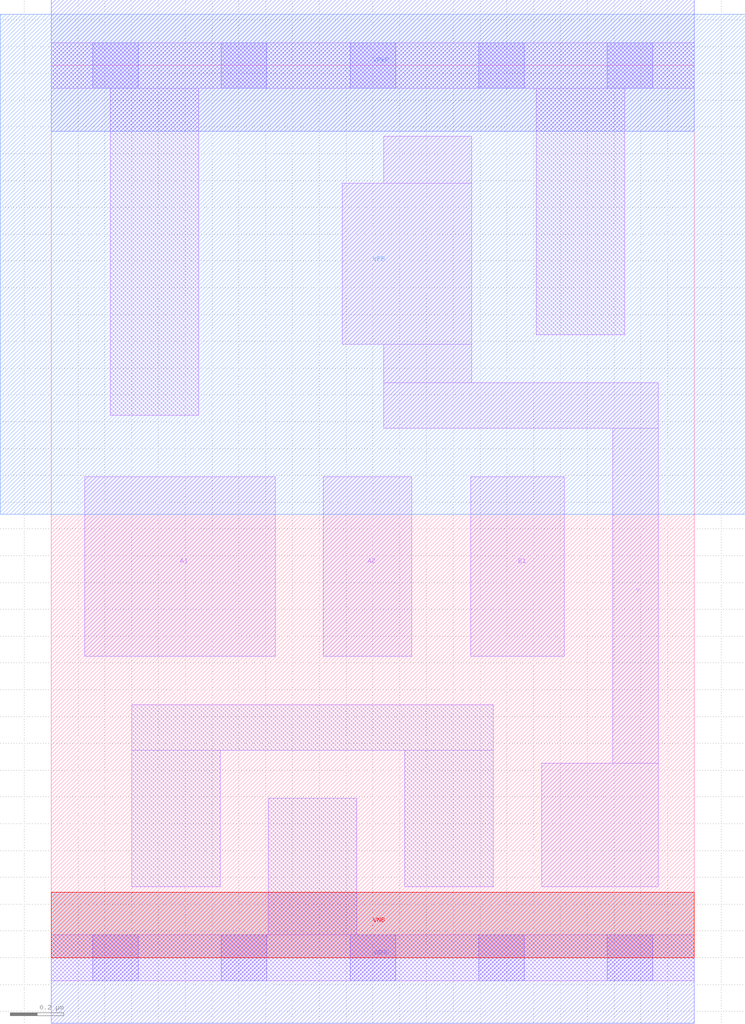
<source format=lef>
# Copyright 2020 The SkyWater PDK Authors
#
# Licensed under the Apache License, Version 2.0 (the "License");
# you may not use this file except in compliance with the License.
# You may obtain a copy of the License at
#
#     https://www.apache.org/licenses/LICENSE-2.0
#
# Unless required by applicable law or agreed to in writing, software
# distributed under the License is distributed on an "AS IS" BASIS,
# WITHOUT WARRANTIES OR CONDITIONS OF ANY KIND, either express or implied.
# See the License for the specific language governing permissions and
# limitations under the License.
#
# SPDX-License-Identifier: Apache-2.0

VERSION 5.7 ;
  NOWIREEXTENSIONATPIN ON ;
  DIVIDERCHAR "/" ;
  BUSBITCHARS "[]" ;
MACRO sky130_fd_sc_lp__o21ai_lp
  CLASS CORE ;
  FOREIGN sky130_fd_sc_lp__o21ai_lp ;
  ORIGIN  0.000000  0.000000 ;
  SIZE  2.400000 BY  3.330000 ;
  SYMMETRY X Y R90 ;
  SITE unit ;
  PIN A1
    ANTENNAGATEAREA  0.313000 ;
    DIRECTION INPUT ;
    USE SIGNAL ;
    PORT
      LAYER li1 ;
        RECT 0.125000 1.125000 0.835000 1.795000 ;
    END
  END A1
  PIN A2
    ANTENNAGATEAREA  0.313000 ;
    DIRECTION INPUT ;
    USE SIGNAL ;
    PORT
      LAYER li1 ;
        RECT 1.015000 1.125000 1.345000 1.795000 ;
    END
  END A2
  PIN B1
    ANTENNAGATEAREA  0.313000 ;
    DIRECTION INPUT ;
    USE SIGNAL ;
    PORT
      LAYER li1 ;
        RECT 1.565000 1.125000 1.915000 1.795000 ;
    END
  END B1
  PIN Y
    ANTENNADIFFAREA  0.473300 ;
    DIRECTION OUTPUT ;
    USE SIGNAL ;
    PORT
      LAYER li1 ;
        RECT 1.085000 2.290000 1.570000 2.890000 ;
        RECT 1.240000 1.975000 2.265000 2.145000 ;
        RECT 1.240000 2.145000 1.570000 2.290000 ;
        RECT 1.240000 2.890000 1.570000 3.065000 ;
        RECT 1.830000 0.265000 2.265000 0.725000 ;
        RECT 2.095000 0.725000 2.265000 1.975000 ;
    END
  END Y
  PIN VGND
    DIRECTION INOUT ;
    USE GROUND ;
    PORT
      LAYER met1 ;
        RECT 0.000000 -0.245000 2.400000 0.245000 ;
    END
  END VGND
  PIN VNB
    DIRECTION INOUT ;
    USE GROUND ;
    PORT
      LAYER pwell ;
        RECT 0.000000 0.000000 2.400000 0.245000 ;
    END
  END VNB
  PIN VPB
    DIRECTION INOUT ;
    USE POWER ;
    PORT
      LAYER nwell ;
        RECT -0.190000 1.655000 2.590000 3.520000 ;
    END
  END VPB
  PIN VPWR
    DIRECTION INOUT ;
    USE POWER ;
    PORT
      LAYER met1 ;
        RECT 0.000000 3.085000 2.400000 3.575000 ;
    END
  END VPWR
  OBS
    LAYER li1 ;
      RECT 0.000000 -0.085000 2.400000 0.085000 ;
      RECT 0.000000  3.245000 2.400000 3.415000 ;
      RECT 0.220000  2.025000 0.550000 3.245000 ;
      RECT 0.300000  0.265000 0.630000 0.775000 ;
      RECT 0.300000  0.775000 1.650000 0.945000 ;
      RECT 0.810000  0.085000 1.140000 0.595000 ;
      RECT 1.320000  0.265000 1.650000 0.775000 ;
      RECT 1.810000  2.325000 2.140000 3.245000 ;
    LAYER mcon ;
      RECT 0.155000 -0.085000 0.325000 0.085000 ;
      RECT 0.155000  3.245000 0.325000 3.415000 ;
      RECT 0.635000 -0.085000 0.805000 0.085000 ;
      RECT 0.635000  3.245000 0.805000 3.415000 ;
      RECT 1.115000 -0.085000 1.285000 0.085000 ;
      RECT 1.115000  3.245000 1.285000 3.415000 ;
      RECT 1.595000 -0.085000 1.765000 0.085000 ;
      RECT 1.595000  3.245000 1.765000 3.415000 ;
      RECT 2.075000 -0.085000 2.245000 0.085000 ;
      RECT 2.075000  3.245000 2.245000 3.415000 ;
  END
END sky130_fd_sc_lp__o21ai_lp
END LIBRARY

</source>
